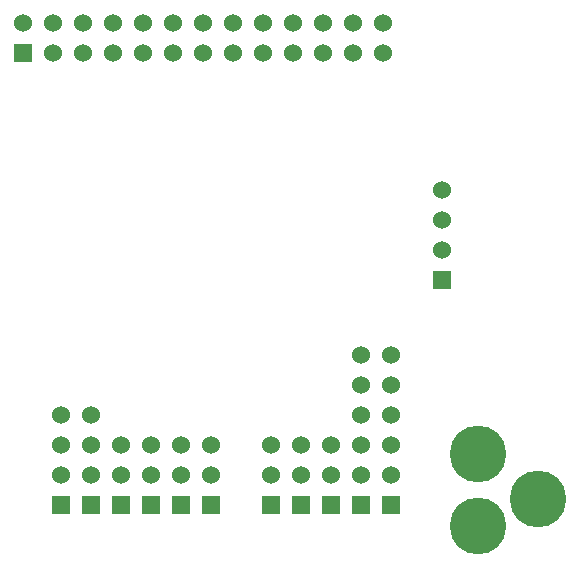
<source format=gbs>
G04 (created by PCBNEW (2013-04-19 BZR 4011)-stable) date 30/06/2014 16:58:49*
%MOIN*%
G04 Gerber Fmt 3.4, Leading zero omitted, Abs format*
%FSLAX34Y34*%
G01*
G70*
G90*
G04 APERTURE LIST*
%ADD10C,0*%
%ADD11R,0.06X0.06*%
%ADD12C,0.06*%
%ADD13C,0.189*%
G04 APERTURE END LIST*
G54D10*
G54D11*
X728Y-1917D03*
G54D12*
X728Y-917D03*
X1728Y-1917D03*
X1728Y-917D03*
X2728Y-1917D03*
X2728Y-917D03*
X3728Y-1917D03*
X3728Y-917D03*
X4728Y-1917D03*
X4728Y-917D03*
X5728Y-1917D03*
X5728Y-917D03*
X6728Y-1917D03*
X6728Y-917D03*
X7728Y-1917D03*
X7728Y-917D03*
X8728Y-1917D03*
X8728Y-917D03*
X9728Y-1917D03*
X9728Y-917D03*
X10728Y-1917D03*
X10728Y-917D03*
X11728Y-1917D03*
X11728Y-917D03*
X12728Y-1917D03*
X12728Y-917D03*
G54D11*
X3000Y-17000D03*
G54D12*
X3000Y-16000D03*
X3000Y-15000D03*
X3000Y-14000D03*
G54D11*
X4000Y-17000D03*
G54D12*
X4000Y-16000D03*
X4000Y-15000D03*
G54D11*
X6000Y-17000D03*
G54D12*
X6000Y-16000D03*
X6000Y-15000D03*
G54D11*
X9000Y-17000D03*
G54D12*
X9000Y-16000D03*
X9000Y-15000D03*
G54D11*
X11000Y-17000D03*
G54D12*
X11000Y-16000D03*
X11000Y-15000D03*
G54D11*
X7000Y-17000D03*
G54D12*
X7000Y-16000D03*
X7000Y-15000D03*
G54D11*
X10000Y-17000D03*
G54D12*
X10000Y-16000D03*
X10000Y-15000D03*
G54D11*
X13000Y-17000D03*
G54D12*
X13000Y-16000D03*
X13000Y-15000D03*
X13000Y-14000D03*
X13000Y-13000D03*
X13000Y-12000D03*
G54D11*
X2000Y-17000D03*
G54D12*
X2000Y-16000D03*
X2000Y-15000D03*
X2000Y-14000D03*
G54D11*
X5000Y-17000D03*
G54D12*
X5000Y-16000D03*
X5000Y-15000D03*
G54D11*
X12000Y-17000D03*
G54D12*
X12000Y-16000D03*
X12000Y-15000D03*
X12000Y-14000D03*
X12000Y-13000D03*
X12000Y-12000D03*
G54D11*
X14700Y-9500D03*
G54D12*
X14700Y-8500D03*
X14700Y-7500D03*
X14700Y-6500D03*
G54D13*
X15900Y-17700D03*
X15900Y-15300D03*
X17900Y-16800D03*
M02*

</source>
